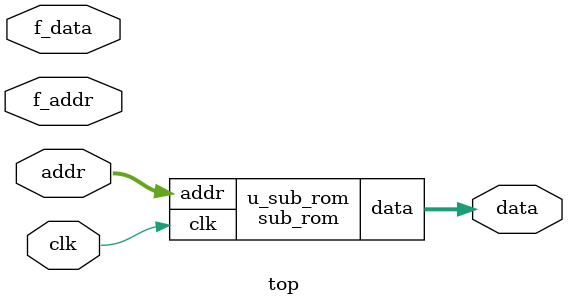
<source format=sv>
module sub_rom (input clk, input [3:0] addr, output reg [7:0] data);
    reg [7:0] mem [0:15];

    always @(posedge clk)
        data <= mem[addr];
endmodule

module top (input clk, input [3:0] addr, output [7:0] data, input [3:0] f_addr, input [7:0] f_data);
    sub_rom u_sub_rom (clk, addr, data);

    always @(posedge clk) 
        assume(u_sub_rom.mem[f_addr] == f_data);
endmodule

</source>
